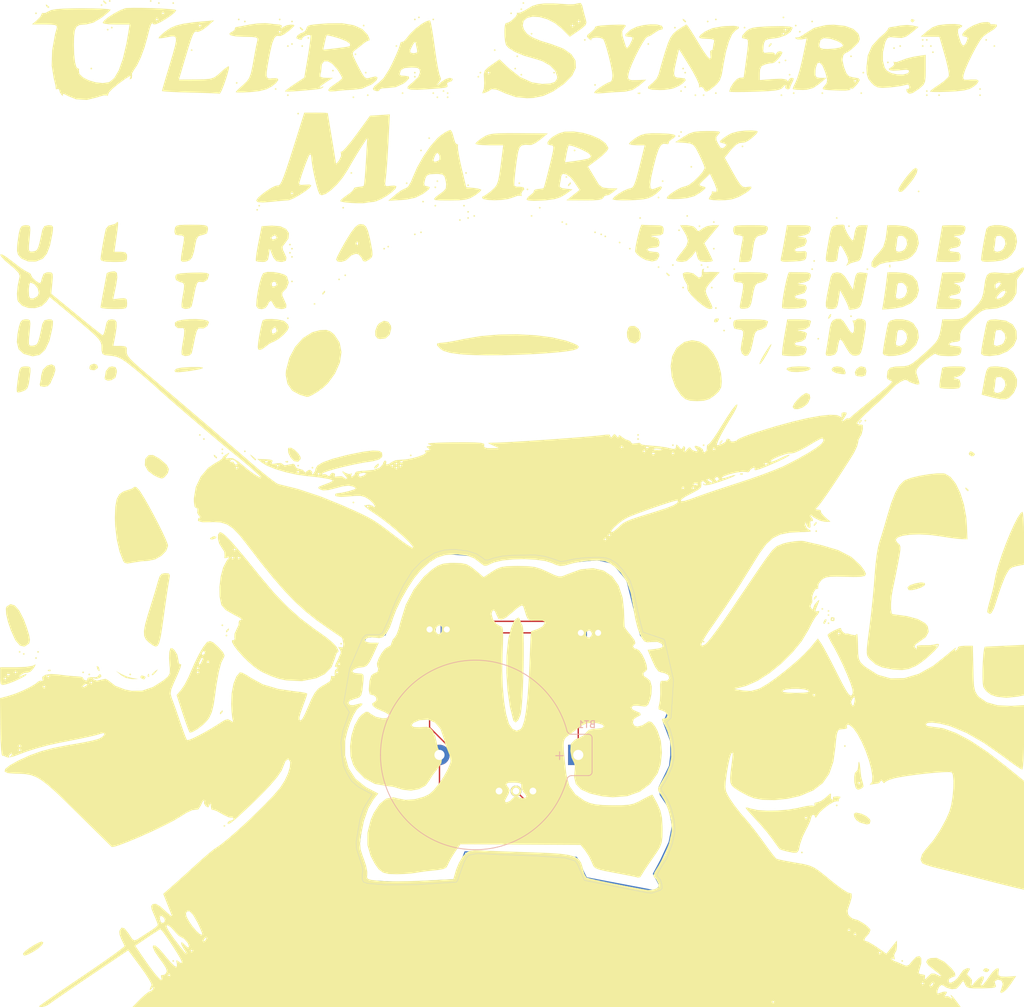
<source format=kicad_pcb>
(kicad_pcb (version 20240108) (generator "pcbnew") (generator_version "8.0")
  (layers (0 "F.Cu" signal) (31 "B.Cu" signal) (34 "B.Paste" user) (35 "F.Paste" user) (36 "B.SilkS" user "B.Silkscreen") (37 "F.SilkS" user "F.Silkscreen") (38 "B.Mask" user) (39 "F.Mask" user) (44 "Edge.Cuts" user))
  (net 0 "")
  (net 1 "Net-(BT1--)")
  (net 2 "Net-(BT1-+)")
  (net 3 "Net-(D1-A)")
  (net 4 "Net-(SW1-B)")
  (footprint "flashlight:SS12D00" (layer "F.Cu") (at 187.007 109.982)
    (property "Reference" "SW1" (at 0 2.5 0) (layer "F.SilkS") (effects (font (size 0.8 0.8) (thickness 0.12))))
    (property "Value" "SW_SPST" (hide yes))
    (pad "1" thru_hole circle (at -2.5 0) (size 1.6 1.6) (drill 1) (layers "*.Cu" "*.Mask" "F.SilkS") (net 3 "Net-(D1-A)"))
    (pad "2" thru_hole circle (at 0 0) (size 1.6 1.6) (drill 1) (layers "*.Cu" "*.Mask" "F.SilkS") (net 4 "Net-(SW1-B)"))
    (pad "3" thru_hole circle (at 2.5 0) (size 1.6 1.6) (drill 1) (layers "*.Cu" "*.Mask" "F.SilkS"))
  )
  (footprint "LED_THT:LED_D3.0mm" (layer "F.Cu") (at 176.789 86.106 180)
    (property "Reference" "D1" (hide yes))
    (property "Value" "LED")
    (pad "1" thru_hole rect (at 0 0 180) (size 1.8 1.8) (drill 0.9) (layers "*.Cu" "*.Mask") (net 2 "Net-(BT1-+)"))
    (pad "2" thru_hole circle (at 2.54 0 180) (size 1.8 1.8) (drill 0.9) (layers "*.Cu" "*.Mask") (net 3 "Net-(D1-A)"))
  )
  (footprint "Resistor_SMD:R_0805_2012Metric_Pad1.20x1.40mm_HandSolder" (layer "F.Cu") (at 197.104 112.776 180)
    (property "Reference" "R1" (hide yes))
    (property "Value" "R" (hide yes))
    (pad "1" smd roundrect (at -1 0 180) (size 1.2 1.4) (layers "F.Cu" "F.Paste" "F.Mask") (roundrect_rratio 0.208333) (net 1 "Net-(BT1--)"))
    (pad "2" smd roundrect (at 1 0 180) (size 1.2 1.4) (layers "F.Cu" "F.Paste" "F.Mask") (roundrect_rratio 0.208333) (net 4 "Net-(SW1-B)"))
  )
  (footprint "LED_THT:LED_D3.0mm" (layer "F.Cu") (at 196.591 86.614)
    (property "Reference" "D2" (at 1.27 -2.96 0) (layer "F.SilkS"))
    (property "Value" "LED")
    (pad "1" thru_hole rect (at 0 0) (size 1.8 1.8) (drill 0.9) (layers "*.Cu" "*.Mask") (net 2 "Net-(BT1-+)"))
    (pad "2" thru_hole circle (at 2.54 0) (size 1.8 1.8) (drill 0.9) (layers "*.Cu" "*.Mask") (net 3 "Net-(D1-A)"))
  )
  (footprint "LOGO" (layer "F.Cu") (at 186.436 66.294)
    (property "Reference" "G***" (at 0 0 0) (layer "F.SilkS") (effects (font (size 1.5 1.5) (thickness 0.3))))
    (property "Value" "LOGO" (hide yes))
  )
  (footprint "Battery:BatteryHolder_Keystone_106_1x20mm" (layer "B.Cu") (at 196.201001 104.648001 180)
    (property "Reference" "BT1" (at -1.25 4.5 0) (layer "B.SilkS") (effects (justify mirror)))
    (property "Value" "Battery")
    (fp_text user "+" (at 2.75 0 0) (layer "B.SilkS") (effects (font (size 1.5 1.5)) (justify mirror)))
    (pad "1" thru_hole rect (at 0 0 180) (size 3 3) (drill 1.5) (layers "*.Cu" "*.Mask") (net 2 "Net-(BT1-+)"))
    (pad "2" thru_hole circle (at 20.49 0 180) (size 3 3) (drill 1.5) (layers "*.Cu" "*.Mask") (net 1 "Net-(BT1--)"))
  )
  (gr_poly (pts (xy 172.72 76.708) (xy 174.297109 75.786662) (xy 176.37897 74.866769) (xy 180.15537 75.157262) (xy 182.866631 76.319231) (xy 185.577892 75.593) (xy 189.790029 75.544585) (xy 193.856921 76.367646) (xy 196.471351 76.028738) (xy 198.988951 75.786662) (xy 201.312889 76.319231) (xy 203.39475 78.83683) (xy 205.428196 87.019029) (xy 208.623611 87.987336) (xy 209.833995 93.409858) (xy 209.446672 98.348227) (xy 208.817272 99.849103) (xy 209.88241 102.657195) (xy 209.88241 104.690641) (xy 209.688749 106.288349) (xy 208.187872 109.338517) (xy 208.333118 110.548902) (xy 209.640334 112.485517) (xy 210.124487 115.148362) (xy 209.640334 117.520716) (xy 208.381534 120.231977) (xy 207.316396 122.217007) (xy 208.284703 124.008376) (xy 207.558472 124.734607) (xy 197.391243 122.797992) (xy 195.938782 119.796238) (xy 187.27243 119.166839) (xy 179.477554 118.973177) (xy 178.025093 123.088484) (xy 170.181802 123.524222) (xy 164.710865 123.23373) (xy 164.710865 121.34553) (xy 163.790972 118.295362) (xy 164.371957 113.792732) (xy 166.163326 110.306825) (xy 164.517203 109.532179) (xy 162.919496 108.37021) (xy 161.660696 106.239933) (xy 161.418619 103.141349) (xy 161.757527 101.059488) (xy 162.774249 98.057735) (xy 161.854357 97.089427) (xy 162.822665 91.521659) (xy 164.856111 87.261106) (xy 167.664202 86.922198) (xy 170.036556 80.918691) (xy 172.796232 76.658138)) (stroke (width 0.2)) (fill none) (layer "B.Cu") (net 1))
  (gr_poly (pts (xy 176.491956 74.372021) (xy 177.869105 74.27001) (xy 179.788186 74.499535) (xy 181.179616 74.939458) (xy 182.059461 75.526021) (xy 182.467505 75.851181) (xy 182.83092 75.863932) (xy 183.729891 75.551524) (xy 184.998653 75.270993) (xy 186.426807 75.149855) (xy 188.320386 75.137104) (xy 189.818673 75.105226) (xy 190.804794 75.240353) (xy 191.333976 75.323237) (xy 192.487976 75.686651) (xy 193.093666 75.890673) (xy 193.559091 76.069193) (xy 194.081898 76.030938) (xy 195.720449 75.6739) (xy 197.129476 75.514508) (xy 198.417365 75.450751) (xy 199.29721 75.444375) (xy 200.298193 75.533635) (xy 200.986292 75.772723) (xy 201.885264 76.336971) (xy 202.803363 77.331579) (xy 203.836225 78.85218) (xy 204.448291 80.678815) (xy 204.897777 82.954935) (xy 205.356826 84.944149) (xy 205.758494 86.503005) (xy 208.862242 87.554874) (xy 208.977004 87.755709) (xy 210.268081 93.565554) (xy 209.918762 99.103035) (xy 209.875726 99.246488) (xy 209.258773 99.809248) (xy 209.749701 100.803855) (xy 210.138618 102.155501) (xy 210.34264 103.67929) (xy 210.350254 105.069928) (xy 210.101602 106.284496) (xy 209.52779 107.661645) (xy 209.059177 108.560617) (xy 208.456674 109.507406) (xy 208.523619 109.918638) (xy 209.078304 110.702848) (xy 209.585171 111.640074) (xy 209.910331 112.481664) (xy 210.216364 113.571907) (xy 210.388508 114.432625) (xy 210.47458 115.455922) (xy 210.465016 116.134933) (xy 210.089206 117.784339) (xy 209.312861 119.898195) (xy 208.495179 121.167754) (xy 207.978748 122.093026) (xy 207.849641 122.523384) (xy 208.344553 123.082851) (xy 208.559733 123.792943) (xy 208.581251 124.373928) (xy 208.366071 124.610625) (xy 207.978748 124.761251) (xy 207.074995 125.062502) (xy 206.407938 125.019466) (xy 197.262812 123.211959) (xy 197.06915 123.125887) (xy 196.100843 120.823467) (xy 195.735038 120.307036) (xy 194.228781 119.855159) (xy 189.817603 119.553908) (xy 184.760886 119.381764) (xy 181.380409 119.221384) (xy 180.670317 119.328974) (xy 180.067814 119.458082) (xy 179.723527 119.823887) (xy 179.357722 120.469425) (xy 178.733702 122.169343) (xy 178.389415 123.180686) (xy 178.217271 123.438902) (xy 172.428944 123.804707) (xy 167.608924 123.826225) (xy 165.112843 123.632563) (xy 164.467304 123.417384) (xy 164.295161 122.965507) (xy 164.316679 122.212379) (xy 164.40275 121.67443) (xy 164.295161 121.136482) (xy 163.455961 118.511292) (xy 163.391407 117.629057) (xy 163.520515 116.811375) (xy 163.692658 115.713959) (xy 164.015427 113.949488) (xy 164.488822 112.572339) (xy 165.069807 111.582514) (xy 165.758381 110.485099) (xy 163.714176 109.366166) (xy 162.724351 108.526966) (xy 161.971223 107.257407) (xy 161.540864 106.2891) (xy 161.282648 104.632218) (xy 161.153541 102.760157) (xy 161.454792 101.038721) (xy 161.885151 99.812198) (xy 162.293992 98.607193) (xy 162.401582 98.348978) (xy 161.562382 96.971829) (xy 162.444617 91.872076) (xy 164.359715 87.374826) (xy 164.811591 86.922949) (xy 165.026771 86.879913) (xy 166.769724 86.879913) (xy 167.264637 86.643216) (xy 167.372227 86.428036) (xy 168.146873 84.749637) (xy 168.749375 83.114273) (xy 169.244288 81.909268) (xy 170.406257 79.542294) (xy 171.718852 77.433535) (xy 173.052964 76.056387) (xy 174.946544 74.808346) (xy 176.276 74.422)) (stroke (width 0.05)) (fill none) (layer "Edge.Cuts"))
  (segment (start 175.711001 109.417001) (end 175.711001 104.648001) (width 0.2) (layer "F.Cu") (net 1))
  (segment (start 197.104 113.776) (end 180.102 113.776) (width 0.2) (layer "F.Cu") (net 1))
  (segment (start 180.102 113.776) (end 180.086 113.792) (width 0.2) (layer "F.Cu") (net 1))
  (segment (start 180.086 113.792) (end 175.711001 109.417001) (width 0.2) (layer "F.Cu") (net 1))
  (segment (start 198.104 112.776) (end 197.104 113.776) (width 0.2) (layer "F.Cu") (net 1))
  (segment (start 196.201001 87.003999) (end 196.591 86.614) (width 0.2) (layer "F.Cu") (net 2))
  (segment (start 196.591 86.614) (end 177.297 86.614) (width 0.2) (layer "F.Cu") (net 2))
  (segment (start 196.201001 104.648001) (end 196.201001 87.003999) (width 0.2) (layer "F.Cu") (net 2))
  (segment (start 177.297 86.614) (end 176.789 86.106) (width 0.2) (layer "F.Cu") (net 2))
  (segment (start 174.249 86.106) (end 174.249 100.589) (width 0.2) (layer "F.Cu") (net 3))
  (segment (start 174.249 100.589) (end 183.642 109.982) (width 0.2) (layer "F.Cu") (net 3))
  (segment (start 175.449 84.906) (end 174.249 86.106) (width 0.2) (layer "F.Cu") (net 3))
  (segment (start 197.423 84.906) (end 175.449 84.906) (width 0.2) (layer "F.Cu") (net 3))
  (segment (start 199.131 86.614) (end 197.423 84.906) (width 0.2) (layer "F.Cu") (net 3))
  (segment (start 187.007 109.982) (end 189.801 112.776) (width 0.2) (layer "F.Cu") (net 4))
  (segment (start 190.372 109.982) (end 193.31 109.982) (width 0.2) (layer "F.Cu") (net 4))
  (segment (start 193.31 109.982) (end 196.104 112.776) (width 0.2) (layer "F.Cu") (net 4))
  (segment (start 189.801 112.776) (end 196.104 112.776) (width 0.2) (layer "F.Cu") (net 4))
)
</source>
